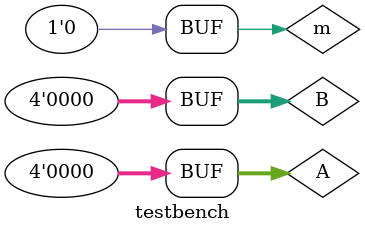
<source format=v>
`timescale 1ns/1ns
`define CYCLE 100
module testbench();


reg [3:0] A, B;
reg m;

wire [3:0] S;
wire c, v;

binarySubtractor bs(.S(S), .c(c), .v(v), .A(A), .B(B), .m(m));

initial begin
	$dumpfile("result.vcd");
	$dumpvars;
end


initial begin
#0 
	m = 0;
	A = 'b0000;
	B = 'b0000;
	
#100 
	m = 1;
	A = 'b0111;
	B = 'b0010;
#200
	m = 1;
	A = 'b1010;
	B = 'b0001;
#300
	m = 1;
	A = 'b1111;
	B = 'b1101;
#400
	m = 1;
	A = 'b0011;
	B = 'b1110;
#1600
	m = 0;
	A = 'b0000;
	B = 'b0000;
		
end

endmodule
		
</source>
